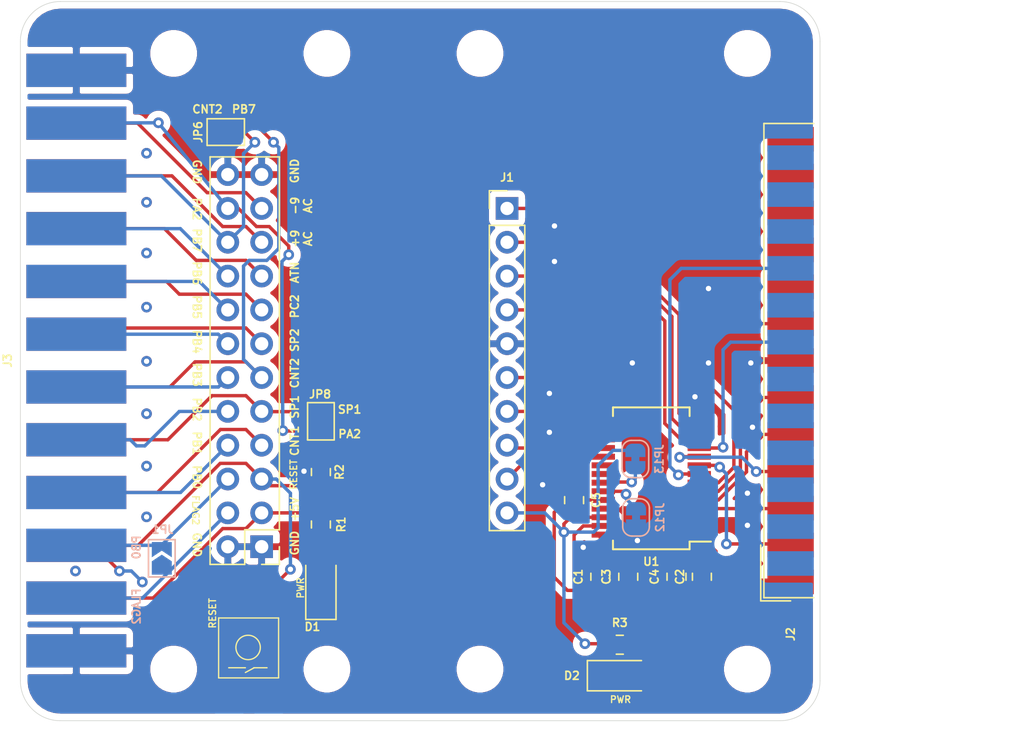
<source format=kicad_pcb>
(kicad_pcb (version 20171130) (host pcbnew "(5.1.6)-1")
  (layers (0 F.Cu signal) (31 B.Cu signal) (34 B.Paste user) (35 F.Paste user) (36 B.SilkS user) (37 F.SilkS user) (38 B.Mask user) (39 F.Mask user) (44 Edge.Cuts user))
  (net 0 "")
  (net 1 "Net-(C1-Pad2)")
  (net 2 "Net-(C1-Pad1)")
  (net 3 "Net-(C2-Pad2)")
  (net 4 "Net-(C2-Pad1)")
  (net 5 "Net-(C3-Pad2)")
  (net 6 GND)
  (net 7 "Net-(C4-Pad2)")
  (net 8 +5V)
  (net 9 "Net-(D1-Pad2)")
  (net 10 /RI_TTL)
  (net 11 /CTS_TTL)
  (net 12 /RTS_TTL)
  (net 13 /DSR_TTL)
  (net 14 /DTR_TTL)
  (net 15 /TXD_TTL)
  (net 16 /RXD_TTL)
  (net 17 /DCD_TTL)
  (net 18 "Net-(J2-Pad25)")
  (net 19 "Net-(J2-Pad24)")
  (net 20 "Net-(J2-Pad23)")
  (net 21 /RI_232)
  (net 22 "Net-(J2-Pad21)")
  (net 23 "Net-(J2-Pad19)")
  (net 24 "Net-(J2-Pad18)")
  (net 25 "Net-(J2-Pad17)")
  (net 26 "Net-(J2-Pad16)")
  (net 27 "Net-(J2-Pad15)")
  (net 28 "Net-(J2-Pad14)")
  (net 29 "Net-(J2-Pad13)")
  (net 30 "Net-(J2-Pad12)")
  (net 31 "Net-(J2-Pad11)")
  (net 32 "Net-(J2-Pad10)")
  (net 33 "Net-(J2-Pad9)")
  (net 34 /DCD_232)
  (net 35 /DSR_232)
  (net 36 /CTS_232)
  (net 37 /RTS_232)
  (net 38 /RXD_232)
  (net 39 /TXD_232)
  (net 40 /RESET)
  (net 41 /CNT1)
  (net 42 /SP1)
  (net 43 /CNT2)
  (net 44 /SP2)
  (net 45 /PC2)
  (net 46 /ATN)
  (net 47 /+9VAC)
  (net 48 /-9VAC)
  (net 49 /FLAG2)
  (net 50 /PB0)
  (net 51 /PB1)
  (net 52 /PB2)
  (net 53 /PB3)
  (net 54 /PB4)
  (net 55 /PB5)
  (net 56 /PB6)
  (net 57 /PB7)
  (net 58 /PA2)
  (net 59 "Net-(JP12-Pad2)")
  (net 60 "Net-(JP13-Pad1)")
  (net 61 "Net-(U1-Pad21)")
  (net 62 "Net-(U1-Pad20)")
  (net 63 /DTR_232)
  (net 64 "Net-(D2-Pad2)")
  (module Package_SO:SSOP-28_5.3x10.2mm_P0.65mm (layer F.Cu) (at 91.338401 88.799303 180)
    (fp_text reference U1 (at 0 -6.25 180) (layer F.SilkS) (effects (font (size 0.6 0.6) (thickness 0.125))))
    (fp_text value MAX3241ECAI+T)
    (pad 28 smd rect (at 3.6 -4.225 180) (size 1.75 0.45) (layers F.Cu F.Paste F.Mask) (net 1 "Net-(C1-Pad2)"))
    (pad 27 smd rect (at 3.6 -3.575 180) (size 1.75 0.45) (layers F.Cu F.Paste F.Mask) (net 5 "Net-(C3-Pad2)"))
    (pad 26 smd rect (at 3.6 -2.925 180) (size 1.75 0.45) (layers F.Cu F.Paste F.Mask) (net 8 +5V))
    (pad 25 smd rect (at 3.6 -2.275 180) (size 1.75 0.45) (layers F.Cu F.Paste F.Mask) (net 6 GND))
    (pad 24 smd rect (at 3.6 -1.625 180) (size 1.75 0.45) (layers F.Cu F.Paste F.Mask) (net 2 "Net-(C1-Pad1)"))
    (pad 23 smd rect (at 3.6 -0.975 180) (size 1.75 0.45) (layers F.Cu F.Paste F.Mask) (net 59 "Net-(JP12-Pad2)"))
    (pad 22 smd rect (at 3.6 -0.325 180) (size 1.75 0.45) (layers F.Cu F.Paste F.Mask) (net 60 "Net-(JP13-Pad1)"))
    (pad 21 smd rect (at 3.6 0.325 180) (size 1.75 0.45) (layers F.Cu F.Paste F.Mask) (net 61 "Net-(U1-Pad21)"))
    (pad 20 smd rect (at 3.6 0.975 180) (size 1.75 0.45) (layers F.Cu F.Paste F.Mask) (net 62 "Net-(U1-Pad20)"))
    (pad 19 smd rect (at 3.6 1.625 180) (size 1.75 0.45) (layers F.Cu F.Paste F.Mask) (net 16 /RXD_TTL))
    (pad 18 smd rect (at 3.6 2.275 180) (size 1.75 0.45) (layers F.Cu F.Paste F.Mask) (net 11 /CTS_TTL))
    (pad 17 smd rect (at 3.6 2.925 180) (size 1.75 0.45) (layers F.Cu F.Paste F.Mask) (net 13 /DSR_TTL))
    (pad 16 smd rect (at 3.6 3.575 180) (size 1.75 0.45) (layers F.Cu F.Paste F.Mask) (net 17 /DCD_TTL))
    (pad 15 smd rect (at 3.6 4.225 180) (size 1.75 0.45) (layers F.Cu F.Paste F.Mask) (net 10 /RI_TTL))
    (pad 14 smd rect (at -3.6 4.225 180) (size 1.75 0.45) (layers F.Cu F.Paste F.Mask) (net 15 /TXD_TTL))
    (pad 13 smd rect (at -3.6 3.575 180) (size 1.75 0.45) (layers F.Cu F.Paste F.Mask) (net 14 /DTR_TTL))
    (pad 12 smd rect (at -3.6 2.925 180) (size 1.75 0.45) (layers F.Cu F.Paste F.Mask) (net 12 /RTS_TTL))
    (pad 11 smd rect (at -3.6 2.275 180) (size 1.75 0.45) (layers F.Cu F.Paste F.Mask) (net 63 /DTR_232))
    (pad 10 smd rect (at -3.6 1.625 180) (size 1.75 0.45) (layers F.Cu F.Paste F.Mask) (net 37 /RTS_232))
    (pad 9 smd rect (at -3.6 0.975 180) (size 1.75 0.45) (layers F.Cu F.Paste F.Mask) (net 39 /TXD_232))
    (pad 8 smd rect (at -3.6 0.325 180) (size 1.75 0.45) (layers F.Cu F.Paste F.Mask) (net 21 /RI_232))
    (pad 7 smd rect (at -3.6 -0.325 180) (size 1.75 0.45) (layers F.Cu F.Paste F.Mask) (net 34 /DCD_232))
    (pad 6 smd rect (at -3.6 -0.975 180) (size 1.75 0.45) (layers F.Cu F.Paste F.Mask) (net 35 /DSR_232))
    (pad 5 smd rect (at -3.6 -1.625 180) (size 1.75 0.45) (layers F.Cu F.Paste F.Mask) (net 36 /CTS_232))
    (pad 4 smd rect (at -3.6 -2.275 180) (size 1.75 0.45) (layers F.Cu F.Paste F.Mask) (net 38 /RXD_232))
    (pad 3 smd rect (at -3.6 -2.925 180) (size 1.75 0.45) (layers F.Cu F.Paste F.Mask) (net 7 "Net-(C4-Pad2)"))
    (pad 2 smd rect (at -3.6 -3.575 180) (size 1.75 0.45) (layers F.Cu F.Paste F.Mask) (net 3 "Net-(C2-Pad2)"))
    (pad 1 smd rect (at -3.6 -4.225 180) (size 1.75 0.45) (layers F.Cu F.Paste F.Mask) (net 4 "Net-(C2-Pad1)"))
  )
  (module Connector_PinHeader_2.54mm:PinHeader_1x10_P2.54mm_Vertical (layer F.Cu) (at 80.518 68.5342)
    (fp_text reference J1 (at 0 -2.33) (layer F.SilkS) (effects (font (size 0.6 0.6) (thickness 0.125))))
    (fp_text value RS232_HDR)
    (pad 10 thru_hole oval (at 0 22.86) (size 1.7 1.7) (drill 1) (layers *.Cu *.Mask) (net 8 +5V))
    (pad 9 thru_hole oval (at 0 20.32) (size 1.7 1.7) (drill 1) (layers *.Cu *.Mask) (net 16 /RXD_TTL))
    (pad 8 thru_hole oval (at 0 17.78) (size 1.7 1.7) (drill 1) (layers *.Cu *.Mask) (net 11 /CTS_TTL))
    (pad 7 thru_hole oval (at 0 15.24) (size 1.7 1.7) (drill 1) (layers *.Cu *.Mask) (net 13 /DSR_TTL))
    (pad 6 thru_hole oval (at 0 12.7) (size 1.7 1.7) (drill 1) (layers *.Cu *.Mask) (net 17 /DCD_TTL))
    (pad 5 thru_hole oval (at 0 10.16) (size 1.7 1.7) (drill 1) (layers *.Cu *.Mask) (net 6 GND))
    (pad 4 thru_hole oval (at 0 7.62) (size 1.7 1.7) (drill 1) (layers *.Cu *.Mask) (net 10 /RI_TTL))
    (pad 3 thru_hole oval (at 0 5.08) (size 1.7 1.7) (drill 1) (layers *.Cu *.Mask) (net 12 /RTS_TTL))
    (pad 2 thru_hole oval (at 0 2.54) (size 1.7 1.7) (drill 1) (layers *.Cu *.Mask) (net 14 /DTR_TTL))
    (pad 1 thru_hole rect (at 0 0) (size 1.7 1.7) (drill 1) (layers *.Cu *.Mask) (net 15 /TXD_TTL))
  )
  (module "My Libraries:C64_2.54mm_User_Port" (layer F.Cu) (at 62.103 93.9342 180)
    (fp_text reference J4 hide)
    (fp_text value "User Port Breakout")
    (pad 1 thru_hole rect (at 0 0 180) (size 1.7 1.7) (drill 1) (layers *.Cu *.Mask) (net 6 GND))
    (pad A thru_hole oval (at 2.54 0 180) (size 1.7 1.7) (drill 1) (layers *.Cu *.Mask) (net 6 GND))
    (pad 2 thru_hole oval (at 0 2.54 180) (size 1.7 1.7) (drill 1) (layers *.Cu *.Mask) (net 8 +5V))
    (pad B thru_hole oval (at 2.54 2.54 180) (size 1.7 1.7) (drill 1) (layers *.Cu *.Mask) (net 49 /FLAG2))
    (pad 3 thru_hole oval (at 0 5.08 180) (size 1.7 1.7) (drill 1) (layers *.Cu *.Mask) (net 40 /RESET))
    (pad C thru_hole oval (at 2.54 5.08 180) (size 1.7 1.7) (drill 1) (layers *.Cu *.Mask) (net 50 /PB0))
    (pad 4 thru_hole oval (at 0 7.62 180) (size 1.7 1.7) (drill 1) (layers *.Cu *.Mask) (net 41 /CNT1))
    (pad D thru_hole oval (at 2.54 7.62 180) (size 1.7 1.7) (drill 1) (layers *.Cu *.Mask) (net 51 /PB1))
    (pad 5 thru_hole oval (at 0 10.16 180) (size 1.7 1.7) (drill 1) (layers *.Cu *.Mask) (net 42 /SP1))
    (pad E thru_hole oval (at 2.54 10.16 180) (size 1.7 1.7) (drill 1) (layers *.Cu *.Mask) (net 52 /PB2))
    (pad 6 thru_hole oval (at 0 12.7 180) (size 1.7 1.7) (drill 1) (layers *.Cu *.Mask) (net 43 /CNT2))
    (pad F thru_hole oval (at 2.54 12.7 180) (size 1.7 1.7) (drill 1) (layers *.Cu *.Mask) (net 53 /PB3))
    (pad 7 thru_hole oval (at 0 15.24 180) (size 1.7 1.7) (drill 1) (layers *.Cu *.Mask) (net 44 /SP2))
    (pad H thru_hole oval (at 2.54 15.24 180) (size 1.7 1.7) (drill 1) (layers *.Cu *.Mask) (net 54 /PB4))
    (pad 8 thru_hole oval (at 0 17.78 180) (size 1.7 1.7) (drill 1) (layers *.Cu *.Mask) (net 45 /PC2))
    (pad J thru_hole oval (at 2.54 17.78 180) (size 1.7 1.7) (drill 1) (layers *.Cu *.Mask) (net 55 /PB5))
    (pad 9 thru_hole oval (at 0 20.32 180) (size 1.7 1.7) (drill 1) (layers *.Cu *.Mask) (net 46 /ATN))
    (pad K thru_hole oval (at 2.54 20.32 180) (size 1.7 1.7) (drill 1) (layers *.Cu *.Mask) (net 56 /PB6))
    (pad 10 thru_hole oval (at 0 22.86 180) (size 1.7 1.7) (drill 1) (layers *.Cu *.Mask) (net 47 /+9VAC))
    (pad L thru_hole oval (at 2.54 22.86 180) (size 1.7 1.7) (drill 1) (layers *.Cu *.Mask) (net 57 /PB7))
    (pad 11 thru_hole oval (at 0 25.4 180) (size 1.7 1.7) (drill 1) (layers *.Cu *.Mask) (net 48 /-9VAC))
    (pad M thru_hole oval (at 2.54 25.4 180) (size 1.7 1.7) (drill 1) (layers *.Cu *.Mask) (net 58 /PA2))
    (pad 12 thru_hole oval (at 0 27.94 180) (size 1.7 1.7) (drill 1) (layers *.Cu *.Mask) (net 6 GND))
    (pad N thru_hole oval (at 2.54 27.94 180) (size 1.7 1.7) (drill 1) (layers *.Cu *.Mask) (net 6 GND))
  )
  (module MountingHole:MountingHole_2.5mm (layer F.Cu) (at 78.486 103.124)
    (fp_text reference H8 hide)
    (fp_text value MountingHole)
    (pad 1 np_thru_hole circle (at 0 0) (size 2.5 2.5) (drill 2.5) (layers *.Cu *.Mask))
  )
  (module MountingHole:MountingHole_2.5mm (layer F.Cu) (at 67 103.124)
    (fp_text reference H7 hide)
    (fp_text value MountingHole)
    (pad 1 np_thru_hole circle (at 0 0) (size 2.5 2.5) (drill 2.5) (layers *.Cu *.Mask))
  )
  (module MountingHole:MountingHole_2.5mm (layer F.Cu) (at 78.486 56.896)
    (fp_text reference H6 hide)
    (fp_text value MountingHole)
    (pad 1 np_thru_hole circle (at 0 0) (size 2.5 2.5) (drill 2.5) (layers *.Cu *.Mask))
  )
  (module MountingHole:MountingHole_2.5mm (layer F.Cu) (at 67 56.896 45)
    (fp_text reference H5 hide)
    (fp_text value MountingHole)
    (pad 1 np_thru_hole circle (at 0 0 45) (size 2.5 2.5) (drill 2.5) (layers *.Cu *.Mask))
  )
  (module Resistor_SMD:R_0805_2012Metric_Pad1.15x1.40mm_HandSolder (layer F.Cu) (at 88.9762 101.2952)
    (fp_text reference R3 (at 0 -1.65) (layer F.SilkS) (effects (font (size 0.6 0.6) (thickness 0.125))))
    (fp_text value 1K)
    (pad 2 smd roundrect (at 1.025 0) (size 1.15 1.4) (layers F.Cu F.Paste F.Mask) (roundrect_rratio 0.217391) (net 64 "Net-(D2-Pad2)"))
    (pad 1 smd roundrect (at -1.025 0) (size 1.15 1.4) (layers F.Cu F.Paste F.Mask) (roundrect_rratio 0.217391) (net 8 +5V))
  )
  (module Resistor_SMD:R_0805_2012Metric_Pad1.15x1.40mm_HandSolder (layer F.Cu) (at 66.548 88.3285 270)
    (fp_text reference R2 (at 0 -1.397 270) (layer F.SilkS) (effects (font (size 0.6 0.6) (thickness 0.125))))
    (fp_text value 10K)
    (pad 2 smd roundrect (at 1.025 0 270) (size 1.15 1.4) (layers F.Cu F.Paste F.Mask) (roundrect_rratio 0.217391) (net 40 /RESET))
    (pad 1 smd roundrect (at -1.025 0 270) (size 1.15 1.4) (layers F.Cu F.Paste F.Mask) (roundrect_rratio 0.217391) (net 8 +5V))
  )
  (module Resistor_SMD:R_0805_2012Metric_Pad1.15x1.40mm_HandSolder (layer F.Cu) (at 66.548 92.2655 270)
    (fp_text reference R1 (at 0 -1.524 90) (layer F.SilkS) (effects (font (size 0.6 0.6) (thickness 0.125))))
    (fp_text value 1K)
    (pad 2 smd roundrect (at 1.025 0 270) (size 1.15 1.4) (layers F.Cu F.Paste F.Mask) (roundrect_rratio 0.217391) (net 9 "Net-(D1-Pad2)"))
    (pad 1 smd roundrect (at -1.025 0 270) (size 1.15 1.4) (layers F.Cu F.Paste F.Mask) (roundrect_rratio 0.217391) (net 8 +5V))
  )
  (module Jumper:SolderJumper-2_P1.3mm_Open_TrianglePad1.0x1.5mm (layer F.Cu) (at 66.548 84.5185 90)
    (fp_text reference JP8 (at 2.032 -0.0635 180) (layer F.SilkS) (effects (font (size 0.6 0.6) (thickness 0.125))))
    (fp_text value SolderJumper_2_Bridged)
    (pad 1 smd custom (at -0.725 0 90) (size 0.3 0.3) (layers F.Cu F.Mask) (net 58 /PA2) (options (clearance outline) (anchor rect)) (primitives (gr_poly (pts (xy -0.5 -0.75) (xy 0.5 -0.75) (xy 1 0) (xy 0.5 0.75) (xy -0.5 0.75)) (width 0))))
    (pad 2 smd custom (at 0.725 0 90) (size 0.3 0.3) (layers F.Cu F.Mask) (net 42 /SP1) (options (clearance outline) (anchor rect)) (primitives (gr_poly (pts (xy -0.65 -0.75) (xy 0.5 -0.75) (xy 0.5 0.75) (xy -0.65 0.75) (xy -0.15 0)) (width 0))))
  )
  (module Jumper:SolderJumper-2_P1.3mm_Open_TrianglePad1.0x1.5mm (layer F.Cu) (at 59.4095 62.8015 180)
    (fp_text reference JP6 (at 2.069 0 90) (layer F.SilkS) (effects (font (size 0.6 0.6) (thickness 0.125))))
    (fp_text value SolderJumper_2_Bridged)
    (pad 1 smd custom (at -0.725 0 180) (size 0.3 0.3) (layers F.Cu F.Mask) (net 57 /PB7) (options (clearance outline) (anchor rect)) (primitives (gr_poly (pts (xy -0.5 -0.75) (xy 0.5 -0.75) (xy 1 0) (xy 0.5 0.75) (xy -0.5 0.75)) (width 0))))
    (pad 2 smd custom (at 0.725 0 180) (size 0.3 0.3) (layers F.Cu F.Mask) (net 43 /CNT2) (options (clearance outline) (anchor rect)) (primitives (gr_poly (pts (xy -0.65 -0.75) (xy 0.5 -0.75) (xy 0.5 0.75) (xy -0.65 0.75) (xy -0.15 0)) (width 0))))
  )
  (module Jumper:SolderJumper-2_P1.3mm_Open_TrianglePad1.0x1.5mm (layer B.Cu) (at 54.61 94.8055 90)
    (fp_text reference JP1 (at 2.159 0.0635) (layer B.SilkS) (effects (font (size 0.6 0.6) (thickness 0.125)) (justify mirror)))
    (fp_text value SolderJumper_2_Bridged)
    (pad 1 smd custom (at -0.725 0 90) (size 0.3 0.3) (layers B.Cu B.Mask) (net 49 /FLAG2) (options (clearance outline) (anchor rect)) (primitives (gr_poly (pts (xy -0.5 0.75) (xy 0.5 0.75) (xy 1 0) (xy 0.5 -0.75) (xy -0.5 -0.75)) (width 0))))
    (pad 2 smd custom (at 0.725 0 90) (size 0.3 0.3) (layers B.Cu B.Mask) (net 50 /PB0) (options (clearance outline) (anchor rect)) (primitives (gr_poly (pts (xy -0.65 0.75) (xy 0.5 0.75) (xy 0.5 -0.75) (xy -0.65 -0.75) (xy -0.15 0)) (width 0))))
  )
  (module LED_SMD:LED_1206_3216Metric_Pad1.42x1.75mm_HandSolder (layer F.Cu) (at 89.0016 103.6193)
    (fp_text reference D2 (at -3.6195 0) (layer F.SilkS) (effects (font (size 0.6 0.6) (thickness 0.125))))
    (fp_text value 232-PWR)
    (pad 2 smd roundrect (at 1.4875 0) (size 1.425 1.75) (layers F.Cu F.Paste F.Mask) (roundrect_rratio 0.175439) (net 64 "Net-(D2-Pad2)"))
    (pad 1 smd roundrect (at -1.4875 0) (size 1.425 1.75) (layers F.Cu F.Paste F.Mask) (roundrect_rratio 0.175439) (net 6 GND))
  )
  (module LED_SMD:LED_1206_3216Metric_Pad1.42x1.75mm_HandSolder (layer F.Cu) (at 66.548 96.9375 90)
    (fp_text reference D1 (at -3.0115 -0.635 180) (layer F.SilkS) (effects (font (size 0.6 0.6) (thickness 0.125))))
    (fp_text value C64-PWR)
    (pad 2 smd roundrect (at 1.4875 0 90) (size 1.425 1.75) (layers F.Cu F.Paste F.Mask) (roundrect_rratio 0.175439) (net 9 "Net-(D1-Pad2)"))
    (pad 1 smd roundrect (at -1.4875 0 90) (size 1.425 1.75) (layers F.Cu F.Paste F.Mask) (roundrect_rratio 0.175439) (net 6 GND))
  )
  (module Capacitor_SMD:C_0805_2012Metric_Pad1.15x1.40mm_HandSolder (layer F.Cu) (at 85.5472 90.437604 270)
    (fp_text reference C5 (at 0 -1.65 90) (layer F.SilkS) (effects (font (size 0.6 0.6) (thickness 0.125))))
    (fp_text value 1u)
    (pad 2 smd roundrect (at 1.025 0 270) (size 1.15 1.4) (layers F.Cu F.Paste F.Mask) (roundrect_rratio 0.217391) (net 8 +5V))
    (pad 1 smd roundrect (at -1.025 0 270) (size 1.15 1.4) (layers F.Cu F.Paste F.Mask) (roundrect_rratio 0.217391) (net 6 GND))
  )
  (module Capacitor_SMD:C_0805_2012Metric_Pad1.15x1.40mm_HandSolder (layer F.Cu) (at 93.2307 96.1898 90)
    (fp_text reference C4 (at 0 -1.65 270) (layer F.SilkS) (effects (font (size 0.6 0.6) (thickness 0.125))))
    (fp_text value 1u)
    (pad 2 smd roundrect (at 1.025 0 90) (size 1.15 1.4) (layers F.Cu F.Paste F.Mask) (roundrect_rratio 0.217391) (net 7 "Net-(C4-Pad2)"))
    (pad 1 smd roundrect (at -1.025 0 90) (size 1.15 1.4) (layers F.Cu F.Paste F.Mask) (roundrect_rratio 0.217391) (net 6 GND))
  )
  (module Capacitor_SMD:C_0805_2012Metric_Pad1.15x1.40mm_HandSolder (layer F.Cu) (at 89.6112 96.1898 90)
    (fp_text reference C3 (at 0 -1.65 270) (layer F.SilkS) (effects (font (size 0.6 0.6) (thickness 0.125))))
    (fp_text value 1u)
    (pad 2 smd roundrect (at 1.025 0 90) (size 1.15 1.4) (layers F.Cu F.Paste F.Mask) (roundrect_rratio 0.217391) (net 5 "Net-(C3-Pad2)"))
    (pad 1 smd roundrect (at -1.025 0 90) (size 1.15 1.4) (layers F.Cu F.Paste F.Mask) (roundrect_rratio 0.217391) (net 6 GND))
  )
  (module Capacitor_SMD:C_0805_2012Metric_Pad1.15x1.40mm_HandSolder (layer F.Cu) (at 95.1357 96.1898 90)
    (fp_text reference C2 (at 0 -1.65 270) (layer F.SilkS) (effects (font (size 0.6 0.6) (thickness 0.125))))
    (fp_text value 1u)
    (pad 2 smd roundrect (at 1.025 0 90) (size 1.15 1.4) (layers F.Cu F.Paste F.Mask) (roundrect_rratio 0.217391) (net 3 "Net-(C2-Pad2)"))
    (pad 1 smd roundrect (at -1.025 0 90) (size 1.15 1.4) (layers F.Cu F.Paste F.Mask) (roundrect_rratio 0.217391) (net 4 "Net-(C2-Pad1)"))
  )
  (module Capacitor_SMD:C_0805_2012Metric_Pad1.15x1.40mm_HandSolder (layer F.Cu) (at 87.5157 96.1898 90)
    (fp_text reference C1 (at 0 -1.65 90) (layer F.SilkS) (effects (font (size 0.6 0.6) (thickness 0.125))))
    (fp_text value 0.1u)
    (pad 2 smd roundrect (at 1.025 0 90) (size 1.15 1.4) (layers F.Cu F.Paste F.Mask) (roundrect_rratio 0.217391) (net 1 "Net-(C1-Pad2)"))
    (pad 1 smd roundrect (at -1.025 0 90) (size 1.15 1.4) (layers F.Cu F.Paste F.Mask) (roundrect_rratio 0.217391) (net 2 "Net-(C1-Pad1)"))
  )
  (module Jumper:SolderJumper-2_P1.3mm_Bridged_RoundedPad1.0x1.5mm (layer B.Cu) (at 90.1446 87.3506 90)
    (fp_text reference JP13 (at 0 1.8 270) (layer B.SilkS) (effects (font (size 0.6 0.6) (thickness 0.125)) (justify mirror)))
    (fp_text value SolderJumper_2_Bridged)
    (fp_poly (pts (xy 0.25 0.3) (xy -0.25 0.3) (xy -0.25 -0.3) (xy 0.25 -0.3)) (layer B.Cu) (width 0))
    (pad 2 smd custom (at 0.65 0 90) (size 1 0.5) (layers B.Cu B.Mask) (net 8 +5V) (options (clearance outline) (anchor rect)) (primitives (gr_circle (center 0 -0.25) (end 0.5 -0.25) (width 0)) (gr_circle (center 0 0.25) (end 0.5 0.25) (width 0)) (gr_poly (pts (xy 0 0.75) (xy -0.5 0.75) (xy -0.5 -0.75) (xy 0 -0.75)) (width 0))))
    (pad 1 smd custom (at -0.65 0 90) (size 1 0.5) (layers B.Cu B.Mask) (net 60 "Net-(JP13-Pad1)") (options (clearance outline) (anchor rect)) (primitives (gr_circle (center 0 -0.25) (end 0.5 -0.25) (width 0)) (gr_circle (center 0 0.25) (end 0.5 0.25) (width 0)) (gr_poly (pts (xy 0 0.75) (xy 0.5 0.75) (xy 0.5 -0.75) (xy 0 -0.75)) (width 0))))
  )
  (module "My Libraries:Pushbutton-SMD-TL3305-2-Pad" (layer F.Cu) (at 61.087 101.473 180)
    (fp_text reference SW1 hide)
    (fp_text value RESET)
    (pad 2 smd rect (at 1.4224 -3.7592 180) (size 1 1.75) (layers F.Cu F.Paste F.Mask) (net 6 GND))
    (pad 1 smd rect (at -1.5396 -3.7592 180) (size 1 1.75) (layers F.Cu F.Paste F.Mask) (net 40 /RESET))
    (pad 2 smd rect (at 1.4224 3.619 180) (size 1 1.75) (layers F.Cu F.Paste F.Mask) (net 6 GND))
    (pad 1 smd rect (at -1.5396 3.619 180) (size 1 1.75) (layers F.Cu F.Paste F.Mask) (net 40 /RESET))
  )
  (module Jumper:SolderJumper-2_P1.3mm_Bridged_RoundedPad1.0x1.5mm (layer B.Cu) (at 90.1954 91.7344 90)
    (fp_text reference JP12 (at 0 1.8 270) (layer B.SilkS) (effects (font (size 0.6 0.6) (thickness 0.125)) (justify mirror)))
    (fp_text value SolderJumper_2_Bridged)
    (fp_poly (pts (xy 0.25 0.3) (xy -0.25 0.3) (xy -0.25 -0.3) (xy 0.25 -0.3)) (layer B.Cu) (width 0))
    (pad 1 smd custom (at -0.65 0 90) (size 1 0.5) (layers B.Cu B.Mask) (net 6 GND) (options (clearance outline) (anchor rect)) (primitives (gr_circle (center 0 -0.25) (end 0.5 -0.25) (width 0)) (gr_circle (center 0 0.25) (end 0.5 0.25) (width 0)) (gr_poly (pts (xy 0 0.75) (xy 0.5 0.75) (xy 0.5 -0.75) (xy 0 -0.75)) (width 0))))
    (pad 2 smd custom (at 0.65 0 90) (size 1 0.5) (layers B.Cu B.Mask) (net 59 "Net-(JP12-Pad2)") (options (clearance outline) (anchor rect)) (primitives (gr_circle (center 0 -0.25) (end 0.5 -0.25) (width 0)) (gr_circle (center 0 0.25) (end 0.5 0.25) (width 0)) (gr_poly (pts (xy 0 0.75) (xy -0.5 0.75) (xy -0.5 -0.75) (xy 0 -0.75)) (width 0))))
  )
  (module "My Libraries:0.156-2x12" (layer F.Cu) (at 51.9303 79.9592 90)
    (fp_text reference J3 (at 0 -8.89 90) (layer F.SilkS) (effects (font (size 0.6 0.6) (thickness 0.125))))
    (fp_text value C64_USER_PORT)
    (pad 1 smd rect (at -21.7932 -3.7338 90) (size 2.5 7.5) (layers F.Cu F.Paste F.Mask) (net 6 GND))
    (pad 2 smd rect (at -17.8308 -3.7338 90) (size 2.5 7.5) (layers F.Cu F.Paste F.Mask) (net 8 +5V))
    (pad 3 smd rect (at -13.8684 -3.7338 90) (size 2.5 7.5) (layers F.Cu F.Paste F.Mask) (net 40 /RESET))
    (pad 4 smd rect (at -9.906 -3.7338 90) (size 2.5 7.5) (layers F.Cu F.Paste F.Mask) (net 41 /CNT1))
    (pad 5 smd rect (at -5.9436 -3.7338 90) (size 2.5 7.5) (layers F.Cu F.Paste F.Mask) (net 42 /SP1))
    (pad 6 smd rect (at -1.9812 -3.7338 90) (size 2.5 7.5) (layers F.Cu F.Paste F.Mask) (net 43 /CNT2))
    (pad 7 smd rect (at 1.9812 -3.7338 90) (size 2.5 7.5) (layers F.Cu F.Paste F.Mask) (net 44 /SP2))
    (pad 8 smd rect (at 5.9436 -3.7338 90) (size 2.5 7.5) (layers F.Cu F.Paste F.Mask) (net 45 /PC2))
    (pad 9 smd rect (at 9.906 -3.7338 90) (size 2.5 7.5) (layers F.Cu F.Paste F.Mask) (net 46 /ATN))
    (pad 10 smd rect (at 13.8684 -3.7338 90) (size 2.5 7.5) (layers F.Cu F.Paste F.Mask) (net 47 /+9VAC))
    (pad 11 smd rect (at 17.8308 -3.7338 90) (size 2.5 7.5) (layers F.Cu F.Paste F.Mask) (net 48 /-9VAC))
    (pad 12 smd rect (at 21.7932 -3.7338 90) (size 2.5 7.5) (layers F.Cu F.Paste F.Mask) (net 6 GND))
    (pad A smd rect (at -21.7932 -3.7338 90) (size 2.5 7.5) (layers B.Cu F.Paste F.Mask) (net 6 GND))
    (pad B smd rect (at -17.8308 -3.7338 90) (size 2.5 7.5) (layers B.Cu F.Paste F.Mask) (net 49 /FLAG2))
    (pad C smd rect (at -13.8684 -3.7338 90) (size 2.5 7.5) (layers B.Cu F.Paste F.Mask) (net 50 /PB0))
    (pad D smd rect (at -9.906 -3.7338 90) (size 2.5 7.5) (layers B.Cu F.Paste F.Mask) (net 51 /PB1))
    (pad E smd rect (at -5.9436 -3.7338 90) (size 2.5 7.5) (layers B.Cu F.Paste F.Mask) (net 52 /PB2))
    (pad F smd rect (at -1.9812 -3.7338 90) (size 2.5 7.5) (layers B.Cu F.Paste F.Mask) (net 53 /PB3))
    (pad H smd rect (at 1.9812 -3.7338 90) (size 2.5 7.5) (layers B.Cu F.Paste F.Mask) (net 54 /PB4))
    (pad J smd rect (at 5.9436 -3.7338 90) (size 2.5 7.5) (layers B.Cu F.Paste F.Mask) (net 55 /PB5))
    (pad K smd rect (at 9.906 -3.7338 90) (size 2.5 7.5) (layers B.Cu F.Paste F.Mask) (net 56 /PB6))
    (pad L smd rect (at 13.8684 -3.7338 90) (size 2.5 7.5) (layers B.Cu F.Paste F.Mask) (net 57 /PB7))
    (pad M smd rect (at 17.8308 -3.7338 90) (size 2.5 7.5) (layers B.Cu F.Paste F.Mask) (net 58 /PA2))
    (pad N smd rect (at 21.7932 -3.7338 90) (size 2.5 7.5) (layers B.Cu F.Paste F.Mask) (net 6 GND))
  )
  (module Connector_Dsub:DSUB-25_Male_EdgeMount_P2.77mm (layer F.Cu) (at 101.7905 79.9592 90)
    (fp_text reference J2 (at -20.543333 0 90) (layer F.SilkS) (effects (font (size 0.6 0.6) (thickness 0.125))))
    (fp_text value DB25_RS232)
    (pad 25 smd rect (at 15.235 0 90) (size 1.846667 3.48) (layers B.Cu B.Paste B.Mask) (net 18 "Net-(J2-Pad25)"))
    (pad 24 smd rect (at 12.465 0 90) (size 1.846667 3.48) (layers B.Cu B.Paste B.Mask) (net 19 "Net-(J2-Pad24)"))
    (pad 23 smd rect (at 9.695 0 90) (size 1.846667 3.48) (layers B.Cu B.Paste B.Mask) (net 20 "Net-(J2-Pad23)"))
    (pad 22 smd rect (at 6.925 0 90) (size 1.846667 3.48) (layers B.Cu B.Paste B.Mask) (net 21 /RI_232))
    (pad 21 smd rect (at 4.155 0 90) (size 1.846667 3.48) (layers B.Cu B.Paste B.Mask) (net 22 "Net-(J2-Pad21)"))
    (pad 20 smd rect (at 1.385 0 90) (size 1.846667 3.48) (layers B.Cu B.Paste B.Mask) (net 63 /DTR_232))
    (pad 19 smd rect (at -1.385 0 90) (size 1.846667 3.48) (layers B.Cu B.Paste B.Mask) (net 23 "Net-(J2-Pad19)"))
    (pad 18 smd rect (at -4.155 0 90) (size 1.846667 3.48) (layers B.Cu B.Paste B.Mask) (net 24 "Net-(J2-Pad18)"))
    (pad 17 smd rect (at -6.925 0 90) (size 1.846667 3.48) (layers B.Cu B.Paste B.Mask) (net 25 "Net-(J2-Pad17)"))
    (pad 16 smd rect (at -9.695 0 90) (size 1.846667 3.48) (layers B.Cu B.Paste B.Mask) (net 26 "Net-(J2-Pad16)"))
    (pad 15 smd rect (at -12.465 0 90) (size 1.846667 3.48) (layers B.Cu B.Paste B.Mask) (net 27 "Net-(J2-Pad15)"))
    (pad 14 smd rect (at -15.235 0 90) (size 1.846667 3.48) (layers B.Cu B.Paste B.Mask) (net 28 "Net-(J2-Pad14)"))
    (pad 13 smd rect (at 16.62 0 90) (size 1.846667 3.48) (layers F.Cu F.Paste F.Mask) (net 29 "Net-(J2-Pad13)"))
    (pad 12 smd rect (at 13.85 0 90) (size 1.846667 3.48) (layers F.Cu F.Paste F.Mask) (net 30 "Net-(J2-Pad12)"))
    (pad 11 smd rect (at 11.08 0 90) (size 1.846667 3.48) (layers F.Cu F.Paste F.Mask) (net 31 "Net-(J2-Pad11)"))
    (pad 10 smd rect (at 8.31 0 90) (size 1.846667 3.48) (layers F.Cu F.Paste F.Mask) (net 32 "Net-(J2-Pad10)"))
    (pad 9 smd rect (at 5.54 0 90) (size 1.846667 3.48) (layers F.Cu F.Paste F.Mask) (net 33 "Net-(J2-Pad9)"))
    (pad 8 smd rect (at 2.77 0 90) (size 1.846667 3.48) (layers F.Cu F.Paste F.Mask) (net 34 /DCD_232))
    (pad 7 smd rect (at 0 0 90) (size 1.846667 3.48) (layers F.Cu F.Paste F.Mask) (net 6 GND))
    (pad 6 smd rect (at -2.77 0 90) (size 1.846667 3.48) (layers F.Cu F.Paste F.Mask) (net 35 /DSR_232))
    (pad 5 smd rect (at -5.54 0 90) (size 1.846667 3.48) (layers F.Cu F.Paste F.Mask) (net 36 /CTS_232))
    (pad 4 smd rect (at -8.31 0 90) (size 1.846667 3.48) (layers F.Cu F.Paste F.Mask) (net 37 /RTS_232))
    (pad 3 smd rect (at -11.08 0 90) (size 1.846667 3.48) (layers F.Cu F.Paste F.Mask) (net 38 /RXD_232))
    (pad 2 smd rect (at -13.85 0 90) (size 1.846667 3.48) (layers F.Cu F.Paste F.Mask) (net 39 /TXD_232))
    (pad 1 smd rect (at -16.62 0 90) (size 1.846667 3.48) (layers F.Cu F.Paste F.Mask) (net 6 GND))
  )
  (module MountingHole:MountingHole_2.5mm (layer F.Cu) (at 55.499 56.896)
    (fp_text reference H4 hide)
    (fp_text value MountingHole)
    (pad 1 np_thru_hole circle (at 0 0) (size 2.5 2.5) (drill 2.5) (layers *.Cu *.Mask))
  )
  (module MountingHole:MountingHole_2.5mm (layer F.Cu) (at 98.552 103.124)
    (fp_text reference H3 hide)
    (fp_text value MountingHole)
    (pad 1 np_thru_hole circle (at 0 0) (size 2.5 2.5) (drill 2.5) (layers *.Cu *.Mask))
  )
  (module MountingHole:MountingHole_2.5mm (layer F.Cu) (at 98.552 56.896)
    (fp_text reference H2 hide)
    (fp_text value MountingHole)
    (pad 1 np_thru_hole circle (at 0 0) (size 2.5 2.5) (drill 2.5) (layers *.Cu *.Mask))
  )
  (module MountingHole:MountingHole_2.5mm (layer F.Cu) (at 55.499 103.124)
    (fp_text reference H1 hide)
    (fp_text value MountingHole)
    (pad 1 np_thru_hole circle (at 0 0) (size 2.5 2.5) (drill 2.5) (layers *.Cu *.Mask))
  )
  (gr_line (start 47 53) (end 101 53) (layer Edge.Cuts) (width 0.05))
  (gr_line (start 44 104) (end 44 56) (layer Edge.Cuts) (width 0.05))
  (gr_line (start 101 107) (end 47 107) (layer Edge.Cuts) (width 0.05))
  (gr_line (start 104 56) (end 104 104) (layer Edge.Cuts) (width 0.05))
  (gr_arc (start 47 56) (end 47 53) (angle -90) (layer Edge.Cuts) (width 0.05))
  (gr_arc (start 47 104) (end 44 104) (angle -90) (layer Edge.Cuts) (width 0.05))
  (gr_arc (start 101 56) (end 104 56) (angle -90) (layer Edge.Cuts) (width 0.05))
  (gr_arc (start 101 104) (end 101 107) (angle -90) (layer Edge.Cuts) (width 0.05))
  (gr_text PWR (at 89.027 105.41) (layer F.SilkS) (effects (font (size 0.5 0.5) (thickness 0.1))))
  (gr_text PWR (at 65.024 97.028 90) (layer F.SilkS) (effects (font (size 0.5 0.5) (thickness 0.1))))
  (gr_text RESET (at 58.42 98.933 90) (layer F.SilkS) (effects (font (size 0.5 0.5) (thickness 0.1))))
  (gr_text SP1 (at 68.707 83.6295) (layer F.SilkS) (effects (font (size 0.6 0.6) (thickness 0.125))))
  (gr_text PA2 (at 68.707 85.471) (layer F.SilkS) (effects (font (size 0.6 0.6) (thickness 0.125))))
  (gr_text PB0 (at 52.705 93.98 90) (layer B.SilkS) (effects (font (size 0.6 0.6) (thickness 0.125)) (justify mirror)))
  (gr_text FLAG2 (at 52.705 98.425 90) (layer B.SilkS) (effects (font (size 0.6 0.6) (thickness 0.125)) (justify mirror)))
  (gr_text PB7 (at 60.7695 61.087) (layer F.SilkS) (effects (font (size 0.6 0.6) (thickness 0.125))))
  (gr_text CNT2 (at 58.039 61.087) (layer F.SilkS) (effects (font (size 0.6 0.6) (thickness 0.125))))
  (gr_text GND (at 57.24675 65.786 270) (layer F.SilkS) (effects (font (size 0.6 0.6) (thickness 0.125))))
  (gr_text GND (at 64.5795 93.6625 90) (layer F.SilkS) (effects (font (size 0.6 0.6) (thickness 0.125))))
  (gr_text +5V (at 64.5795 91.1225 90) (layer F.SilkS) (effects (font (size 0.6 0.6) (thickness 0.125))))
  (gr_text RESET (at 64.50125 88.519 90) (layer F.SilkS) (effects (font (size 0.5 0.5) (thickness 0.1))))
  (gr_text CNT1 (at 64.5795 85.979 90) (layer F.SilkS) (effects (font (size 0.6 0.6) (thickness 0.125))))
  (gr_text SP1 (at 64.5795 83.439 90) (layer F.SilkS) (effects (font (size 0.6 0.6) (thickness 0.125))))
  (gr_text CNT2 (at 64.5795 80.899 90) (layer F.SilkS) (effects (font (size 0.6 0.6) (thickness 0.125))))
  (gr_text SP2 (at 64.5795 78.4225 90) (layer F.SilkS) (effects (font (size 0.6 0.6) (thickness 0.125))))
  (gr_text PC2 (at 64.5795 75.8825 90) (layer F.SilkS) (effects (font (size 0.6 0.6) (thickness 0.125))))
  (gr_text ATN (at 64.5795 73.3425 90) (layer F.SilkS) (effects (font (size 0.6 0.6) (thickness 0.125))))
  (gr_text "+9\nAC" (at 65.092 70.8025 90) (layer F.SilkS) (effects (font (size 0.6 0.6) (thickness 0.125))))
  (gr_text GND (at 64.5795 65.7225 90) (layer F.SilkS) (effects (font (size 0.6 0.6) (thickness 0.125))))
  (gr_text "-9\nAC" (at 65.092 68.326 90) (layer F.SilkS) (effects (font (size 0.6 0.6) (thickness 0.125))))
  (gr_text GND (at 57.24675 93.7895 270) (layer F.SilkS) (effects (font (size 0.6 0.6) (thickness 0.125))))
  (gr_text FLAG2 (at 57.15 91.186 270) (layer F.SilkS) (effects (font (size 0.5 0.5) (thickness 0.1))))
  (gr_text PB0 (at 57.24675 88.7095 270) (layer F.SilkS) (effects (font (size 0.6 0.6) (thickness 0.125))))
  (gr_text PB1 (at 57.24675 86.1695 270) (layer F.SilkS) (effects (font (size 0.6 0.6) (thickness 0.125))))
  (gr_text PB2 (at 57.24675 83.6295 270) (layer F.SilkS) (effects (font (size 0.6 0.6) (thickness 0.125))))
  (gr_text PB3 (at 57.24675 81.026 270) (layer F.SilkS) (effects (font (size 0.6 0.6) (thickness 0.125))))
  (gr_text PB4 (at 57.24675 78.5495 270) (layer F.SilkS) (effects (font (size 0.6 0.6) (thickness 0.125))))
  (gr_text PB5 (at 57.24675 75.946 270) (layer F.SilkS) (effects (font (size 0.6 0.6) (thickness 0.125))))
  (gr_text PB6 (at 57.24675 73.406 270) (layer F.SilkS) (effects (font (size 0.6 0.6) (thickness 0.125))))
  (gr_text PB7 (at 57.24675 70.9295 270) (layer F.SilkS) (effects (font (size 0.6 0.6) (thickness 0.125))))
  (gr_text PA2 (at 57.24675 68.58 270) (layer F.SilkS) (effects (font (size 0.6 0.6) (thickness 0.125))))
  (via (at 53.467 64.389) (size 0.8) (drill 0.4) (layers F.Cu B.Cu) (net 0))
  (via (at 53.467 68.072) (size 0.8) (drill 0.4) (layers F.Cu B.Cu) (net 0))
  (via (at 53.467 71.882) (size 0.8) (drill 0.4) (layers F.Cu B.Cu) (net 0))
  (via (at 53.467 75.946) (size 0.8) (drill 0.4) (layers F.Cu B.Cu) (net 0))
  (via (at 53.467 80.01) (size 0.8) (drill 0.4) (layers F.Cu B.Cu) (net 0))
  (via (at 53.467 83.947) (size 0.8) (drill 0.4) (layers F.Cu B.Cu) (net 0))
  (via (at 53.467 87.884) (size 0.8) (drill 0.4) (layers F.Cu B.Cu) (net 0))
  (via (at 53.467 91.694) (size 0.8) (drill 0.4) (layers F.Cu B.Cu) (net 0))
  (via (at 48.133 95.758) (size 0.8) (drill 0.4) (layers F.Cu B.Cu) (net 0))
  (segment (start 87.5157 93.247004) (end 87.738401 93.024303) (width 0.254) (layer F.Cu) (net 1))
  (segment (start 87.5157 95.1648) (end 87.5157 93.247004) (width 0.254) (layer F.Cu) (net 1))
  (segment (start 84.989957 90.424303) (end 84.054999 91.359261) (width 0.254) (layer F.Cu) (net 2))
  (segment (start 84.054999 96.221599) (end 85.0482 97.2148) (width 0.254) (layer F.Cu) (net 2))
  (segment (start 87.738401 90.424303) (end 84.989957 90.424303) (width 0.254) (layer F.Cu) (net 2))
  (segment (start 84.054999 91.359261) (end 84.054999 96.221599) (width 0.254) (layer F.Cu) (net 2))
  (segment (start 85.0482 97.2148) (end 87.5157 97.2148) (width 0.254) (layer F.Cu) (net 2))
  (segment (start 93.7332 92.535142) (end 93.894039 92.374303) (width 0.254) (layer F.Cu) (net 3))
  (segment (start 93.894039 92.374303) (end 94.938401 92.374303) (width 0.254) (layer F.Cu) (net 3))
  (segment (start 93.7332 93.7623) (end 93.7332 92.535142) (width 0.254) (layer F.Cu) (net 3))
  (segment (start 95.1357 95.1648) (end 93.7332 93.7623) (width 0.254) (layer F.Cu) (net 3))
  (segment (start 95.8357 97.2148) (end 96.1898 96.8607) (width 0.254) (layer F.Cu) (net 4))
  (segment (start 95.1357 97.2148) (end 95.8357 97.2148) (width 0.254) (layer F.Cu) (net 4))
  (segment (start 96.1898 94.275702) (end 94.938401 93.024303) (width 0.254) (layer F.Cu) (net 4))
  (segment (start 96.1898 96.8607) (end 96.1898 94.275702) (width 0.254) (layer F.Cu) (net 4))
  (segment (start 89.6112 95.1648) (end 88.5862 96.1898) (width 0.254) (layer F.Cu) (net 5))
  (segment (start 85.5472 96.1898) (end 85.5472 93.058148) (width 0.254) (layer F.Cu) (net 5))
  (segment (start 86.231045 92.374303) (end 87.738401 92.374303) (width 0.254) (layer F.Cu) (net 5))
  (segment (start 88.5862 96.1898) (end 85.5472 96.1898) (width 0.254) (layer F.Cu) (net 5))
  (segment (start 85.5472 93.058148) (end 86.231045 92.374303) (width 0.254) (layer F.Cu) (net 5))
  (via (at 65.278 88.265) (size 0.8) (drill 0.4) (layers F.Cu B.Cu) (net 6))
  (via (at 83.693 85.344) (size 0.8) (drill 0.4) (layers F.Cu B.Cu) (net 6))
  (via (at 83.693 82.423) (size 0.8) (drill 0.4) (layers F.Cu B.Cu) (net 6))
  (via (at 86.233 93.98) (size 0.8) (drill 0.4) (layers F.Cu B.Cu) (net 6))
  (via (at 98.552 92.329) (size 0.8) (drill 0.4) (layers F.Cu B.Cu) (net 6))
  (via (at 98.552 89.916) (size 0.8) (drill 0.4) (layers F.Cu B.Cu) (net 6))
  (via (at 98.806 80.137) (size 0.8) (drill 0.4) (layers F.Cu B.Cu) (net 6))
  (via (at 89.916 80.137) (size 0.8) (drill 0.4) (layers F.Cu B.Cu) (net 6))
  (via (at 95.631 80.137) (size 0.8) (drill 0.4) (layers F.Cu B.Cu) (net 6))
  (via (at 95.631 74.549) (size 0.8) (drill 0.4) (layers F.Cu B.Cu) (net 6))
  (via (at 94.615 82.677) (size 0.8) (drill 0.4) (layers F.Cu B.Cu) (net 6))
  (via (at 98.933 84.963) (size 0.8) (drill 0.4) (layers F.Cu B.Cu) (net 6))
  (via (at 84.074 69.85) (size 0.8) (drill 0.4) (layers F.Cu B.Cu) (net 6))
  (via (at 84.074 72.517) (size 0.8) (drill 0.4) (layers F.Cu B.Cu) (net 6))
  (via (at 83.185 89.281) (size 0.8) (drill 0.4) (layers F.Cu B.Cu) (net 6))
  (via (at 90.297 93.472) (size 0.8) (drill 0.4) (layers F.Cu B.Cu) (net 6))
  (segment (start 90.297 92.503902) (end 90.297 93.472) (width 0.254) (layer F.Cu) (net 6))
  (segment (start 88.867401 91.074303) (end 90.297 92.503902) (width 0.254) (layer F.Cu) (net 6))
  (segment (start 87.738401 91.074303) (end 88.867401 91.074303) (width 0.254) (layer F.Cu) (net 6))
  (segment (start 90.1954 93.3704) (end 90.297 93.472) (width 0.254) (layer B.Cu) (net 6))
  (segment (start 90.1954 92.3844) (end 90.1954 93.3704) (width 0.254) (layer B.Cu) (net 6))
  (segment (start 93.894039 91.724303) (end 94.938401 91.724303) (width 0.254) (layer F.Cu) (net 7))
  (segment (start 93.2307 92.387642) (end 93.894039 91.724303) (width 0.254) (layer F.Cu) (net 7))
  (segment (start 93.2307 95.1648) (end 93.2307 92.387642) (width 0.254) (layer F.Cu) (net 7))
  (segment (start 48.1965 97.79) (end 51.435 97.79) (width 0.254) (layer F.Cu) (net 8))
  (segment (start 48.1965 97.79) (end 50.927 97.79) (width 0.254) (layer F.Cu) (net 8))
  (segment (start 66.548 91.2405) (end 66.938 91.2405) (width 0.254) (layer F.Cu) (net 8))
  (segment (start 66.938 91.2405) (end 67.945 90.2335) (width 0.254) (layer F.Cu) (net 8))
  (segment (start 67.945 90.2335) (end 67.945 88.0745) (width 0.254) (layer F.Cu) (net 8))
  (segment (start 67.174 87.3035) (end 66.548 87.3035) (width 0.254) (layer F.Cu) (net 8))
  (segment (start 67.945 88.0745) (end 67.174 87.3035) (width 0.254) (layer F.Cu) (net 8))
  (segment (start 85.808899 91.724303) (end 87.738401 91.724303) (width 0.254) (layer F.Cu) (net 8))
  (segment (start 85.5472 91.462604) (end 85.808899 91.724303) (width 0.254) (layer F.Cu) (net 8))
  (via (at 84.7852 92.837) (size 0.8) (drill 0.4) (layers F.Cu B.Cu) (net 8))
  (segment (start 84.7852 92.224604) (end 85.5472 91.462604) (width 0.254) (layer F.Cu) (net 8))
  (segment (start 84.7852 92.837) (end 84.7852 92.224604) (width 0.254) (layer F.Cu) (net 8))
  (segment (start 83.3424 91.3942) (end 84.1502 92.202) (width 0.254) (layer B.Cu) (net 8))
  (segment (start 80.518 91.3942) (end 83.3424 91.3942) (width 0.254) (layer B.Cu) (net 8))
  (segment (start 84.0105 92.0623) (end 84.1502 92.202) (width 0.254) (layer B.Cu) (net 8))
  (segment (start 84.1502 92.202) (end 84.7852 92.837) (width 0.254) (layer B.Cu) (net 8))
  (segment (start 90.1446 86.7006) (end 88.4705 86.7006) (width 0.254) (layer B.Cu) (net 8))
  (segment (start 88.4705 86.7006) (end 87.3506 87.8205) (width 0.254) (layer B.Cu) (net 8))
  (segment (start 87.3506 87.8205) (end 87.3506 92.5068) (width 0.254) (layer B.Cu) (net 8))
  (segment (start 87.0204 92.837) (end 84.7852 92.837) (width 0.254) (layer B.Cu) (net 8))
  (segment (start 87.3506 92.5068) (end 87.0204 92.837) (width 0.254) (layer B.Cu) (net 8))
  (via (at 86.36 101.219) (size 0.8) (drill 0.4) (layers F.Cu B.Cu) (net 8))
  (segment (start 84.7852 92.837) (end 84.7852 99.6442) (width 0.254) (layer B.Cu) (net 8))
  (segment (start 84.7852 99.6442) (end 86.36 101.219) (width 0.254) (layer B.Cu) (net 8))
  (segment (start 87.875 101.219) (end 87.9512 101.2952) (width 0.254) (layer F.Cu) (net 8))
  (segment (start 86.36 101.219) (end 87.875 101.219) (width 0.254) (layer F.Cu) (net 8))
  (segment (start 66.3943 91.3942) (end 66.548 91.2405) (width 0.254) (layer F.Cu) (net 8))
  (segment (start 62.103 91.3942) (end 66.3943 91.3942) (width 0.254) (layer F.Cu) (net 8))
  (segment (start 59.176101 92.574401) (end 60.922799 92.574401) (width 0.254) (layer F.Cu) (net 8))
  (segment (start 60.922799 92.574401) (end 62.103 91.3942) (width 0.254) (layer F.Cu) (net 8))
  (segment (start 53.960502 97.79) (end 59.176101 92.574401) (width 0.254) (layer F.Cu) (net 8))
  (segment (start 48.1965 97.79) (end 53.960502 97.79) (width 0.254) (layer F.Cu) (net 8))
  (segment (start 66.548 95.45) (end 66.548 93.2905) (width 0.254) (layer F.Cu) (net 9))
  (segment (start 80.518 76.1542) (end 83.8758 76.1542) (width 0.254) (layer F.Cu) (net 10))
  (segment (start 87.738401 80.016801) (end 87.738401 84.574303) (width 0.254) (layer F.Cu) (net 10))
  (segment (start 83.8758 76.1542) (end 87.738401 80.016801) (width 0.254) (layer F.Cu) (net 10))
  (segment (start 80.728103 86.524303) (end 80.518 86.3142) (width 0.254) (layer F.Cu) (net 11))
  (segment (start 87.738401 86.524303) (end 80.728103 86.524303) (width 0.254) (layer F.Cu) (net 11))
  (segment (start 80.518 73.6142) (end 88.9812 73.6142) (width 0.254) (layer F.Cu) (net 12))
  (segment (start 88.9812 73.6142) (end 92.3544 76.9874) (width 0.254) (layer F.Cu) (net 12))
  (segment (start 92.3544 76.9874) (end 92.3544 84.6836) (width 0.254) (layer F.Cu) (net 12))
  (segment (start 93.545103 85.874303) (end 94.938401 85.874303) (width 0.254) (layer F.Cu) (net 12))
  (segment (start 92.3544 84.6836) (end 93.545103 85.874303) (width 0.254) (layer F.Cu) (net 12))
  (segment (start 87.738401 85.874303) (end 87.646296 85.782198) (width 0.254) (layer F.Cu) (net 13))
  (segment (start 87.738401 85.874303) (end 85.975903 85.874303) (width 0.254) (layer F.Cu) (net 13))
  (segment (start 83.8758 83.7742) (end 80.518 83.7742) (width 0.254) (layer F.Cu) (net 13))
  (segment (start 85.975903 85.874303) (end 83.8758 83.7742) (width 0.254) (layer F.Cu) (net 13))
  (segment (start 93.809401 85.224303) (end 92.8878 84.302702) (width 0.254) (layer F.Cu) (net 14))
  (segment (start 94.938401 85.224303) (end 93.809401 85.224303) (width 0.254) (layer F.Cu) (net 14))
  (segment (start 92.8878 84.302702) (end 92.8878 76.6572) (width 0.254) (layer F.Cu) (net 14))
  (segment (start 87.3048 71.0742) (end 80.518 71.0742) (width 0.254) (layer F.Cu) (net 14))
  (segment (start 92.8878 76.6572) (end 87.3048 71.0742) (width 0.254) (layer F.Cu) (net 14))
  (segment (start 94.938401 84.574303) (end 94.073903 84.574303) (width 0.254) (layer F.Cu) (net 15))
  (segment (start 94.073903 84.574303) (end 93.4212 83.9216) (width 0.254) (layer F.Cu) (net 15))
  (segment (start 93.4212 83.9216) (end 93.4212 76.5048) (width 0.254) (layer F.Cu) (net 15))
  (segment (start 85.4506 68.5342) (end 80.518 68.5342) (width 0.254) (layer F.Cu) (net 15))
  (segment (start 93.4212 76.5048) (end 85.4506 68.5342) (width 0.254) (layer F.Cu) (net 15))
  (segment (start 82.197897 87.174303) (end 80.518 88.8542) (width 0.254) (layer F.Cu) (net 16))
  (segment (start 87.738401 87.174303) (end 82.197897 87.174303) (width 0.254) (layer F.Cu) (net 16))
  (segment (start 86.609401 85.224303) (end 85.2424 83.857302) (width 0.254) (layer F.Cu) (net 17))
  (segment (start 87.738401 85.224303) (end 86.609401 85.224303) (width 0.254) (layer F.Cu) (net 17))
  (segment (start 85.2424 83.857302) (end 85.2424 81.8134) (width 0.254) (layer F.Cu) (net 17))
  (segment (start 84.6632 81.2342) (end 80.518 81.2342) (width 0.254) (layer F.Cu) (net 17))
  (segment (start 85.2424 81.8134) (end 84.6632 81.2342) (width 0.254) (layer F.Cu) (net 17))
  (via (at 93.3704 88.5444) (size 0.8) (drill 0.4) (layers F.Cu B.Cu) (net 21))
  (segment (start 94.938401 88.474303) (end 93.440497 88.474303) (width 0.254) (layer F.Cu) (net 21))
  (segment (start 93.440497 88.474303) (end 93.3704 88.5444) (width 0.254) (layer F.Cu) (net 21))
  (segment (start 92.7354 87.9094) (end 93.3704 88.5444) (width 0.254) (layer B.Cu) (net 21))
  (segment (start 92.7354 73.8886) (end 92.7354 87.9094) (width 0.254) (layer B.Cu) (net 21))
  (segment (start 101.7905 73.0342) (end 93.5898 73.0342) (width 0.254) (layer B.Cu) (net 21))
  (segment (start 93.5898 73.0342) (end 92.7354 73.8886) (width 0.254) (layer B.Cu) (net 21))
  (segment (start 101.6621 77.3176) (end 101.7905 77.1892) (width 0.254) (layer F.Cu) (net 34))
  (segment (start 94.989201 89.073503) (end 94.938401 89.124303) (width 0.254) (layer F.Cu) (net 34))
  (segment (start 96.379405 89.124303) (end 97.536 87.967708) (width 0.254) (layer F.Cu) (net 34))
  (segment (start 99.7965 77.1892) (end 101.7905 77.1892) (width 0.254) (layer F.Cu) (net 34))
  (segment (start 94.938401 89.124303) (end 96.379405 89.124303) (width 0.254) (layer F.Cu) (net 34))
  (segment (start 97.536 87.967708) (end 97.536 83.693) (width 0.254) (layer F.Cu) (net 34))
  (segment (start 97.536 83.693) (end 95.504 81.661) (width 0.254) (layer F.Cu) (net 34))
  (segment (start 95.504 81.661) (end 95.123 81.661) (width 0.254) (layer F.Cu) (net 34))
  (segment (start 95.123 81.661) (end 94.615 81.153) (width 0.254) (layer F.Cu) (net 34))
  (segment (start 94.615 81.153) (end 94.615 78.486) (width 0.254) (layer F.Cu) (net 34))
  (segment (start 95.9118 77.1892) (end 99.7965 77.1892) (width 0.254) (layer F.Cu) (net 34))
  (segment (start 94.615 78.486) (end 95.9118 77.1892) (width 0.254) (layer F.Cu) (net 34))
  (segment (start 94.938401 89.774303) (end 96.375998 89.774303) (width 0.254) (layer F.Cu) (net 35))
  (segment (start 99.7965 82.7292) (end 101.7905 82.7292) (width 0.254) (layer F.Cu) (net 35))
  (segment (start 98.024988 84.500712) (end 99.7965 82.7292) (width 0.254) (layer F.Cu) (net 35))
  (segment (start 96.375998 89.774303) (end 98.024988 88.125313) (width 0.254) (layer F.Cu) (net 35))
  (segment (start 98.024988 88.125313) (end 98.024988 84.500712) (width 0.254) (layer F.Cu) (net 35))
  (segment (start 101.7425 85.5472) (end 101.7905 85.4992) (width 0.254) (layer F.Cu) (net 36))
  (segment (start 101.3571 85.4992) (end 101.7905 85.4992) (width 0.254) (layer F.Cu) (net 36))
  (segment (start 98.482199 86.813501) (end 99.7965 85.4992) (width 0.254) (layer F.Cu) (net 36))
  (segment (start 99.7965 85.4992) (end 101.7905 85.4992) (width 0.254) (layer F.Cu) (net 36))
  (segment (start 98.482199 88.314695) (end 98.482199 86.813501) (width 0.254) (layer F.Cu) (net 36))
  (segment (start 96.372591 90.424303) (end 98.482199 88.314695) (width 0.254) (layer F.Cu) (net 36))
  (segment (start 94.938401 90.424303) (end 96.372591 90.424303) (width 0.254) (layer F.Cu) (net 36))
  (via (at 99.2124 88.2904) (size 0.8) (drill 0.4) (layers F.Cu B.Cu) (net 37))
  (segment (start 101.7693 88.2904) (end 101.7905 88.2692) (width 0.254) (layer F.Cu) (net 37))
  (segment (start 99.2124 88.2904) (end 101.7693 88.2904) (width 0.254) (layer F.Cu) (net 37))
  (via (at 93.46561 87.214056) (size 0.8) (drill 0.4) (layers F.Cu B.Cu) (net 37))
  (segment (start 99.2124 88.2904) (end 98.136056 87.214056) (width 0.254) (layer B.Cu) (net 37))
  (segment (start 98.136056 87.214056) (end 93.46561 87.214056) (width 0.254) (layer B.Cu) (net 37))
  (segment (start 93.505363 87.174303) (end 93.46561 87.214056) (width 0.254) (layer F.Cu) (net 37))
  (segment (start 94.938401 87.174303) (end 93.505363 87.174303) (width 0.254) (layer F.Cu) (net 37))
  (segment (start 101.755397 91.074303) (end 101.7905 91.0392) (width 0.254) (layer F.Cu) (net 38))
  (segment (start 94.938401 91.074303) (end 101.755397 91.074303) (width 0.254) (layer F.Cu) (net 38))
  (segment (start 94.989201 87.773503) (end 94.938401 87.824303) (width 0.254) (layer F.Cu) (net 39))
  (via (at 96.9772 93.726) (size 0.8) (drill 0.4) (layers F.Cu B.Cu) (net 39))
  (segment (start 101.7073 93.726) (end 101.7905 93.8092) (width 0.254) (layer F.Cu) (net 39))
  (segment (start 96.9772 93.726) (end 101.7073 93.726) (width 0.254) (layer F.Cu) (net 39))
  (segment (start 96.339693 87.824303) (end 96.4692 87.95381) (width 0.254) (layer F.Cu) (net 39))
  (segment (start 96.9772 93.726) (end 96.9772 88.46181) (width 0.254) (layer B.Cu) (net 39))
  (segment (start 96.9772 88.46181) (end 96.4692 87.95381) (width 0.254) (layer B.Cu) (net 39))
  (segment (start 94.938401 87.824303) (end 96.339693 87.824303) (width 0.254) (layer F.Cu) (net 39))
  (via (at 96.4692 87.95381) (size 0.8) (drill 0.4) (layers F.Cu B.Cu) (net 39))
  (segment (start 48.1965 93.8276) (end 51.5874 93.8276) (width 0.254) (layer F.Cu) (net 40))
  (segment (start 60.922799 87.673999) (end 62.103 88.8542) (width 0.254) (layer F.Cu) (net 40))
  (segment (start 58.996503 87.673999) (end 60.922799 87.673999) (width 0.254) (layer F.Cu) (net 40))
  (segment (start 52.842902 93.8276) (end 58.996503 87.673999) (width 0.254) (layer F.Cu) (net 40))
  (segment (start 48.1965 93.8276) (end 52.842902 93.8276) (width 0.254) (layer F.Cu) (net 40))
  (via (at 51.435 95.758) (size 0.8) (drill 0.4) (layers F.Cu B.Cu) (net 40))
  (segment (start 48.1965 93.8276) (end 49.5046 93.8276) (width 0.254) (layer F.Cu) (net 40))
  (segment (start 49.5046 93.8276) (end 51.435 95.758) (width 0.254) (layer F.Cu) (net 40))
  (via (at 53.1495 96.5835) (size 0.8) (drill 0.4) (layers F.Cu B.Cu) (net 40))
  (segment (start 51.435 95.758) (end 52.324 95.758) (width 0.254) (layer B.Cu) (net 40))
  (segment (start 52.324 95.758) (end 53.1495 96.5835) (width 0.254) (layer B.Cu) (net 40))
  (segment (start 62.6023 89.3535) (end 62.103 88.8542) (width 0.254) (layer F.Cu) (net 40))
  (segment (start 66.548 89.3535) (end 62.6023 89.3535) (width 0.254) (layer F.Cu) (net 40))
  (segment (start 62.6266 105.2322) (end 62.6266 97.854) (width 0.254) (layer F.Cu) (net 40))
  (segment (start 62.6266 97.854) (end 62.6266 97.5516) (width 0.254) (layer F.Cu) (net 40))
  (segment (start 62.6266 97.854) (end 62.6266 97.5204) (width 0.254) (layer F.Cu) (net 40))
  (segment (start 62.6266 97.854) (end 62.6266 97.2664) (width 0.254) (layer F.Cu) (net 40))
  (via (at 64.262 95.631) (size 0.8) (drill 0.4) (layers F.Cu B.Cu) (net 40))
  (segment (start 62.6266 97.2664) (end 64.262 95.631) (width 0.254) (layer F.Cu) (net 40))
  (segment (start 63.2002 88.8542) (end 62.103 88.8542) (width 0.254) (layer B.Cu) (net 40))
  (segment (start 64.262 95.631) (end 64.262 89.916) (width 0.254) (layer B.Cu) (net 40))
  (segment (start 64.262 89.916) (end 63.2002 88.8542) (width 0.254) (layer B.Cu) (net 40))
  (segment (start 48.1965 89.8652) (end 51.7398 89.8652) (width 0.254) (layer F.Cu) (net 41))
  (segment (start 48.1965 89.8652) (end 54.2798 89.8652) (width 0.254) (layer F.Cu) (net 41))
  (segment (start 59.011001 85.133999) (end 60.922799 85.133999) (width 0.254) (layer F.Cu) (net 41))
  (segment (start 60.922799 85.133999) (end 62.103 86.3142) (width 0.254) (layer F.Cu) (net 41))
  (segment (start 54.2798 89.8652) (end 59.011001 85.133999) (width 0.254) (layer F.Cu) (net 41))
  (segment (start 48.1965 85.9028) (end 51.8922 85.9028) (width 0.254) (layer F.Cu) (net 42))
  (segment (start 48.1965 85.9028) (end 55.0672 85.9028) (width 0.254) (layer F.Cu) (net 42))
  (segment (start 60.922799 82.593999) (end 62.103 83.7742) (width 0.254) (layer F.Cu) (net 42))
  (segment (start 58.376001 82.593999) (end 60.922799 82.593999) (width 0.254) (layer F.Cu) (net 42))
  (segment (start 55.0672 85.9028) (end 58.376001 82.593999) (width 0.254) (layer F.Cu) (net 42))
  (segment (start 62.1223 83.7935) (end 62.103 83.7742) (width 0.254) (layer F.Cu) (net 42))
  (segment (start 66.548 83.7935) (end 62.1223 83.7935) (width 0.254) (layer F.Cu) (net 42))
  (segment (start 48.1965 81.9404) (end 51.4096 81.9404) (width 0.254) (layer F.Cu) (net 43))
  (segment (start 48.1965 81.9404) (end 55.2196 81.9404) (width 0.254) (layer F.Cu) (net 43))
  (segment (start 60.922799 80.053999) (end 62.103 81.2342) (width 0.254) (layer F.Cu) (net 43))
  (segment (start 57.106001 80.053999) (end 60.922799 80.053999) (width 0.254) (layer F.Cu) (net 43))
  (segment (start 55.2196 81.9404) (end 57.106001 80.053999) (width 0.254) (layer F.Cu) (net 43))
  (segment (start 58.6845 62.8015) (end 58.6845 63.5515) (width 0.254) (layer F.Cu) (net 43))
  (via (at 62.992 63.5635) (size 0.8) (drill 0.4) (layers F.Cu B.Cu) (net 43))
  (segment (start 62.489899 72.433999) (end 61.170001 72.433999) (width 0.254) (layer B.Cu) (net 43))
  (segment (start 63.391999 71.531899) (end 62.489899 72.433999) (width 0.254) (layer B.Cu) (net 43))
  (segment (start 62.992 63.5635) (end 63.391999 63.963499) (width 0.254) (layer B.Cu) (net 43))
  (segment (start 63.391999 63.963499) (end 63.391999 71.531899) (width 0.254) (layer B.Cu) (net 43))
  (segment (start 60.743201 79.874401) (end 62.103 81.2342) (width 0.254) (layer B.Cu) (net 43))
  (segment (start 60.743201 72.860799) (end 60.743201 79.874401) (width 0.254) (layer B.Cu) (net 43))
  (segment (start 61.170001 72.433999) (end 60.743201 72.860799) (width 0.254) (layer B.Cu) (net 43))
  (segment (start 62.992 63.5635) (end 60.8965 61.468) (width 0.254) (layer F.Cu) (net 43))
  (segment (start 58.6845 62.0515) (end 58.6845 62.8015) (width 0.254) (layer F.Cu) (net 43))
  (segment (start 59.268 61.468) (end 58.6845 62.0515) (width 0.254) (layer F.Cu) (net 43))
  (segment (start 60.8965 61.468) (end 59.268 61.468) (width 0.254) (layer F.Cu) (net 43))
  (segment (start 48.1965 77.978) (end 51.562 77.978) (width 0.254) (layer F.Cu) (net 44))
  (segment (start 60.922799 77.513999) (end 62.103 78.6942) (width 0.254) (layer F.Cu) (net 44))
  (segment (start 48.660501 77.513999) (end 60.922799 77.513999) (width 0.254) (layer F.Cu) (net 44))
  (segment (start 48.1965 77.978) (end 48.660501 77.513999) (width 0.254) (layer F.Cu) (net 44))
  (segment (start 48.1965 74.0156) (end 51.7144 74.0156) (width 0.254) (layer F.Cu) (net 45))
  (segment (start 48.1965 74.0156) (end 54.9656 74.0156) (width 0.254) (layer F.Cu) (net 45))
  (segment (start 60.922799 74.973999) (end 62.103 76.1542) (width 0.254) (layer F.Cu) (net 45))
  (segment (start 55.923999 74.973999) (end 60.922799 74.973999) (width 0.254) (layer F.Cu) (net 45))
  (segment (start 54.9656 74.0156) (end 55.923999 74.973999) (width 0.254) (layer F.Cu) (net 45))
  (segment (start 48.1965 70.0532) (end 51.8668 70.0532) (width 0.254) (layer F.Cu) (net 46))
  (segment (start 48.1965 70.0532) (end 54.8132 70.0532) (width 0.254) (layer F.Cu) (net 46))
  (segment (start 60.922799 72.433999) (end 62.103 73.6142) (width 0.254) (layer F.Cu) (net 46))
  (segment (start 57.193999 72.433999) (end 60.922799 72.433999) (width 0.254) (layer F.Cu) (net 46))
  (segment (start 54.8132 70.0532) (end 57.193999 72.433999) (width 0.254) (layer F.Cu) (net 46))
  (segment (start 48.1965 66.0908) (end 51.3842 66.0908) (width 0.254) (layer F.Cu) (net 47))
  (segment (start 59.176101 69.893999) (end 60.922799 69.893999) (width 0.254) (layer F.Cu) (net 47))
  (segment (start 60.922799 69.893999) (end 62.103 71.0742) (width 0.254) (layer F.Cu) (net 47))
  (segment (start 55.372902 66.0908) (end 59.176101 69.893999) (width 0.254) (layer F.Cu) (net 47))
  (segment (start 48.1965 66.0908) (end 55.372902 66.0908) (width 0.254) (layer F.Cu) (net 47))
  (segment (start 48.1965 62.1284) (end 51.5366 62.1284) (width 0.254) (layer F.Cu) (net 48))
  (segment (start 58.019499 67.353999) (end 60.922799 67.353999) (width 0.254) (layer F.Cu) (net 48))
  (segment (start 60.922799 67.353999) (end 62.103 68.5342) (width 0.254) (layer F.Cu) (net 48))
  (segment (start 52.7939 62.1284) (end 58.019499 67.353999) (width 0.254) (layer F.Cu) (net 48))
  (segment (start 48.1965 62.1284) (end 52.7939 62.1284) (width 0.254) (layer F.Cu) (net 48))
  (segment (start 53.1672 97.79) (end 53.2536 97.7036) (width 0.254) (layer B.Cu) (net 49))
  (segment (start 48.1965 97.79) (end 53.1672 97.79) (width 0.254) (layer B.Cu) (net 49))
  (segment (start 54.61 95.5305) (end 54.6365 95.5305) (width 0.254) (layer B.Cu) (net 49))
  (segment (start 53.2536 97.7036) (end 55.0316 95.9256) (width 0.254) (layer B.Cu) (net 49))
  (segment (start 54.6365 95.5305) (end 55.0316 95.9256) (width 0.254) (layer B.Cu) (net 49))
  (segment (start 55.0316 95.9256) (end 59.563 91.3942) (width 0.254) (layer B.Cu) (net 49))
  (segment (start 54.5896 93.8276) (end 59.563 88.8542) (width 0.254) (layer B.Cu) (net 50))
  (segment (start 48.1965 93.8276) (end 54.5896 93.8276) (width 0.254) (layer B.Cu) (net 50))
  (segment (start 56.012 89.8652) (end 59.563 86.3142) (width 0.254) (layer B.Cu) (net 51))
  (segment (start 48.1965 89.8652) (end 56.012 89.8652) (width 0.254) (layer B.Cu) (net 51))
  (segment (start 48.1965 85.9028) (end 52.2478 85.9028) (width 0.254) (layer B.Cu) (net 52))
  (segment (start 52.2478 85.9028) (end 52.705 86.36) (width 0.254) (layer B.Cu) (net 52))
  (segment (start 52.705 86.36) (end 53.34 86.36) (width 0.254) (layer B.Cu) (net 52))
  (segment (start 55.9258 83.7742) (end 59.563 83.7742) (width 0.254) (layer B.Cu) (net 52))
  (segment (start 53.34 86.36) (end 55.9258 83.7742) (width 0.254) (layer B.Cu) (net 52))
  (segment (start 58.8568 81.9404) (end 59.563 81.2342) (width 0.254) (layer B.Cu) (net 53))
  (segment (start 48.1965 81.9404) (end 58.8568 81.9404) (width 0.254) (layer B.Cu) (net 53))
  (segment (start 58.8468 77.978) (end 59.563 78.6942) (width 0.254) (layer B.Cu) (net 54))
  (segment (start 48.1965 77.978) (end 58.8468 77.978) (width 0.254) (layer B.Cu) (net 54))
  (segment (start 57.4244 74.0156) (end 59.563 76.1542) (width 0.254) (layer B.Cu) (net 55))
  (segment (start 48.1965 74.0156) (end 57.4244 74.0156) (width 0.254) (layer B.Cu) (net 55))
  (segment (start 56.002 70.0532) (end 59.563 73.6142) (width 0.254) (layer B.Cu) (net 56))
  (segment (start 48.1965 70.0532) (end 56.002 70.0532) (width 0.254) (layer B.Cu) (net 56))
  (segment (start 54.5796 66.0908) (end 59.563 71.0742) (width 0.254) (layer B.Cu) (net 57))
  (segment (start 48.1965 66.0908) (end 54.5796 66.0908) (width 0.254) (layer B.Cu) (net 57))
  (via (at 61.595 63.5635) (size 0.8) (drill 0.4) (layers F.Cu B.Cu) (net 57))
  (segment (start 60.1345 62.8015) (end 60.833 62.8015) (width 0.254) (layer F.Cu) (net 57))
  (segment (start 60.833 62.8015) (end 61.595 63.5635) (width 0.254) (layer F.Cu) (net 57))
  (segment (start 60.743201 69.893999) (end 59.563 71.0742) (width 0.254) (layer B.Cu) (net 57))
  (segment (start 60.743201 64.415299) (end 60.743201 69.893999) (width 0.254) (layer B.Cu) (net 57))
  (segment (start 61.595 63.5635) (end 60.743201 64.415299) (width 0.254) (layer B.Cu) (net 57))
  (segment (start 48.1965 62.1284) (end 54.356 62.103) (width 0.254) (layer B.Cu) (net 58))
  (segment (start 54.356 62.103) (end 59.563 68.5342) (width 0.254) (layer B.Cu) (net 58))
  (segment (start 64.135 71.359502) (end 64.135 72.009) (width 0.254) (layer F.Cu) (net 58))
  (via (at 54.356 62.103) (size 0.8) (drill 0.4) (layers F.Cu B.Cu) (net 58))
  (via (at 64.135 72.009) (size 0.8) (drill 0.4) (layers F.Cu B.Cu) (net 58))
  (via (at 63.6905 85.217) (size 0.8) (drill 0.4) (layers F.Cu B.Cu) (net 58))
  (segment (start 63.627 72.517) (end 64.135 72.009) (width 0.254) (layer B.Cu) (net 58))
  (segment (start 63.6905 85.217) (end 63.627 72.517) (width 0.254) (layer B.Cu) (net 58))
  (segment (start 63.717 85.2435) (end 63.6905 85.217) (width 0.254) (layer F.Cu) (net 58))
  (segment (start 66.548 85.2435) (end 63.717 85.2435) (width 0.254) (layer F.Cu) (net 58))
  (segment (start 62.669497 69.893999) (end 64.135 71.359502) (width 0.254) (layer F.Cu) (net 58))
  (segment (start 61.716101 69.893999) (end 62.669497 69.893999) (width 0.254) (layer F.Cu) (net 58))
  (segment (start 60.356302 68.5342) (end 61.716101 69.893999) (width 0.254) (layer F.Cu) (net 58))
  (segment (start 59.563 68.5342) (end 60.356302 68.5342) (width 0.254) (layer F.Cu) (net 58))
  (segment (start 87.738401 89.774303) (end 89.231347 89.774303) (width 0.254) (layer F.Cu) (net 59))
  (segment (start 89.446508 90.335508) (end 89.446508 89.989464) (width 0.254) (layer B.Cu) (net 59))
  (segment (start 89.231347 89.774303) (end 89.446508 89.989464) (width 0.254) (layer F.Cu) (net 59))
  (segment (start 90.1954 91.0844) (end 89.446508 90.335508) (width 0.254) (layer B.Cu) (net 59))
  (via (at 89.446508 89.989464) (size 0.8) (drill 0.4) (layers F.Cu B.Cu) (net 59))
  (via (at 89.8652 89.0778) (size 0.8) (drill 0.4) (layers F.Cu B.Cu) (net 60))
  (segment (start 90.1446 88.0006) (end 90.1446 88.7984) (width 0.254) (layer B.Cu) (net 60))
  (segment (start 90.1446 88.7984) (end 89.8652 89.0778) (width 0.254) (layer B.Cu) (net 60))
  (segment (start 87.784904 89.0778) (end 87.738401 89.124303) (width 0.254) (layer F.Cu) (net 60))
  (segment (start 89.8652 89.0778) (end 87.784904 89.0778) (width 0.254) (layer F.Cu) (net 60))
  (segment (start 94.938401 86.524303) (end 96.660497 86.524303) (width 0.254) (layer F.Cu) (net 63))
  (via (at 96.7232 86.4616) (size 0.8) (drill 0.4) (layers F.Cu B.Cu) (net 63))
  (segment (start 96.660497 86.524303) (end 96.7232 86.4616) (width 0.254) (layer F.Cu) (net 63))
  (segment (start 96.7232 86.4616) (end 96.7232 79.1464) (width 0.254) (layer B.Cu) (net 63))
  (segment (start 97.2954 78.5742) (end 101.7905 78.5742) (width 0.254) (layer B.Cu) (net 63))
  (segment (start 96.7232 79.1464) (end 97.2954 78.5742) (width 0.254) (layer B.Cu) (net 63))
  (segment (start 90.4891 101.7831) (end 90.0012 101.2952) (width 0.254) (layer F.Cu) (net 64))
  (segment (start 90.4891 103.6193) (end 90.4891 101.7831) (width 0.254) (layer F.Cu) (net 64))
  (zone (net 6) (net_name GND) (layer F.Cu) (connect_pads (clearance 0.508)) (min_thickness 0.254) (fill yes (arc_segments 32) (thermal_gap 0.508) (thermal_bridge_width 0.508))
    (polygon (pts (xy 103.886 106.553) (xy 44.323 106.553) (xy 44.196 53.467) (xy 103.759 53.467)))
  )
  (zone (net 6) (net_name GND) (layer B.Cu) (connect_pads (clearance 0.508)) (min_thickness 0.254) (fill yes (arc_segments 32) (thermal_gap 0.508) (thermal_bridge_width 0.508))
    (polygon (pts (xy 103.886 106.553) (xy 44.323 106.553) (xy 44.196 53.467) (xy 103.759 53.467)))
  )
)
</source>
